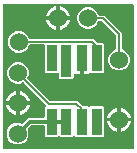
<source format=gbr>
G04 EAGLE Gerber RS-274X export*
G75*
%MOMM*%
%FSLAX34Y34*%
%LPD*%
%INTop Copper*%
%IPPOS*%
%AMOC8*
5,1,8,0,0,1.08239X$1,22.5*%
G01*
%ADD10C,1.524000*%
%ADD11R,0.900000X2.250000*%
%ADD12R,0.900000X2.800000*%
%ADD13C,0.304800*%
%ADD14C,0.152400*%

G36*
X249686Y97076D02*
X249686Y97076D01*
X249705Y97074D01*
X249807Y97096D01*
X249909Y97112D01*
X249926Y97122D01*
X249946Y97126D01*
X250035Y97179D01*
X250126Y97228D01*
X250140Y97242D01*
X250157Y97252D01*
X250224Y97331D01*
X250296Y97406D01*
X250304Y97424D01*
X250317Y97439D01*
X250356Y97535D01*
X250399Y97629D01*
X250401Y97649D01*
X250409Y97667D01*
X250427Y97834D01*
X250427Y217500D01*
X250423Y217526D01*
X250424Y217575D01*
X250382Y217997D01*
X250375Y218025D01*
X250374Y218053D01*
X250328Y218214D01*
X250004Y218995D01*
X249970Y219051D01*
X249944Y219111D01*
X249892Y219175D01*
X249875Y219204D01*
X249860Y219216D01*
X249839Y219242D01*
X249242Y219839D01*
X249189Y219877D01*
X249142Y219923D01*
X249069Y219964D01*
X249042Y219983D01*
X249023Y219988D01*
X248995Y220004D01*
X248214Y220328D01*
X248186Y220334D01*
X248161Y220347D01*
X247997Y220382D01*
X247575Y220424D01*
X247548Y220422D01*
X247500Y220427D01*
X140334Y220427D01*
X140314Y220424D01*
X140295Y220426D01*
X140193Y220404D01*
X140091Y220388D01*
X140074Y220378D01*
X140054Y220374D01*
X139965Y220321D01*
X139874Y220272D01*
X139860Y220258D01*
X139843Y220248D01*
X139776Y220169D01*
X139704Y220094D01*
X139696Y220076D01*
X139683Y220061D01*
X139644Y219964D01*
X139601Y219871D01*
X139599Y219851D01*
X139591Y219833D01*
X139573Y219666D01*
X139573Y97834D01*
X139576Y97814D01*
X139574Y97795D01*
X139596Y97693D01*
X139612Y97591D01*
X139622Y97574D01*
X139626Y97554D01*
X139679Y97465D01*
X139728Y97374D01*
X139742Y97360D01*
X139752Y97343D01*
X139831Y97276D01*
X139906Y97204D01*
X139924Y97196D01*
X139939Y97183D01*
X140035Y97144D01*
X140129Y97101D01*
X140149Y97099D01*
X140167Y97091D01*
X140334Y97073D01*
X249666Y97073D01*
X249686Y97076D01*
G37*
%LPC*%
G36*
X149857Y101282D02*
X149857Y101282D01*
X146496Y102674D01*
X143924Y105246D01*
X142531Y108607D01*
X142531Y112245D01*
X143924Y115607D01*
X146496Y118179D01*
X149857Y119571D01*
X153495Y119571D01*
X155156Y118883D01*
X155270Y118856D01*
X155384Y118828D01*
X155390Y118828D01*
X155396Y118827D01*
X155513Y118838D01*
X155629Y118847D01*
X155635Y118849D01*
X155641Y118850D01*
X155748Y118898D01*
X155855Y118943D01*
X155861Y118948D01*
X155866Y118950D01*
X155879Y118963D01*
X155986Y119048D01*
X160591Y123653D01*
X173728Y123653D01*
X173748Y123656D01*
X173768Y123654D01*
X173869Y123676D01*
X173971Y123693D01*
X173989Y123702D01*
X174008Y123706D01*
X174097Y123760D01*
X174189Y123808D01*
X174202Y123822D01*
X174219Y123833D01*
X174287Y123911D01*
X174358Y123986D01*
X174366Y124004D01*
X174379Y124020D01*
X174418Y124116D01*
X174462Y124209D01*
X174464Y124229D01*
X174471Y124248D01*
X174490Y124414D01*
X174490Y132486D01*
X175395Y133391D01*
X175464Y133393D01*
X175512Y133411D01*
X175563Y133419D01*
X175627Y133453D01*
X175695Y133478D01*
X175735Y133510D01*
X175780Y133534D01*
X175830Y133586D01*
X175886Y133632D01*
X175914Y133675D01*
X175950Y133712D01*
X175980Y133778D01*
X176019Y133839D01*
X176032Y133889D01*
X176053Y133935D01*
X176061Y134007D01*
X176079Y134077D01*
X176075Y134129D01*
X176081Y134180D01*
X176065Y134250D01*
X176059Y134322D01*
X176039Y134370D01*
X176028Y134420D01*
X175991Y134482D01*
X175963Y134549D01*
X175919Y134604D01*
X175902Y134631D01*
X175884Y134647D01*
X175858Y134679D01*
X175847Y134691D01*
X156972Y153566D01*
X156877Y153634D01*
X156783Y153704D01*
X156777Y153706D01*
X156772Y153709D01*
X156661Y153743D01*
X156549Y153780D01*
X156543Y153780D01*
X156537Y153782D01*
X156420Y153779D01*
X156303Y153777D01*
X156296Y153775D01*
X156291Y153775D01*
X156273Y153769D01*
X156142Y153731D01*
X153719Y152727D01*
X150081Y152727D01*
X146719Y154119D01*
X144147Y156692D01*
X142755Y160053D01*
X142755Y163691D01*
X144147Y167052D01*
X146719Y169624D01*
X150081Y171016D01*
X153719Y171016D01*
X157080Y169624D01*
X159652Y167052D01*
X161044Y163691D01*
X161044Y160053D01*
X160040Y157629D01*
X160014Y157516D01*
X159985Y157402D01*
X159986Y157396D01*
X159984Y157390D01*
X159995Y157273D01*
X160004Y157157D01*
X160007Y157151D01*
X160007Y157145D01*
X160055Y157037D01*
X160101Y156931D01*
X160105Y156925D01*
X160107Y156920D01*
X160120Y156906D01*
X160205Y156800D01*
X179080Y137925D01*
X179154Y137872D01*
X179224Y137812D01*
X179254Y137800D01*
X179280Y137781D01*
X179367Y137754D01*
X179452Y137720D01*
X179493Y137716D01*
X179515Y137709D01*
X179547Y137710D01*
X179619Y137702D01*
X202445Y137702D01*
X206545Y133602D01*
X206619Y133549D01*
X206688Y133490D01*
X206719Y133477D01*
X206745Y133459D01*
X206832Y133432D01*
X206917Y133398D01*
X206957Y133393D01*
X206980Y133386D01*
X207012Y133387D01*
X207083Y133379D01*
X211146Y133379D01*
X211726Y132799D01*
X211742Y132787D01*
X211755Y132772D01*
X211842Y132716D01*
X211926Y132656D01*
X211945Y132650D01*
X211962Y132639D01*
X212062Y132614D01*
X212161Y132583D01*
X212181Y132584D01*
X212200Y132579D01*
X212303Y132587D01*
X212407Y132590D01*
X212426Y132596D01*
X212445Y132598D01*
X212540Y132638D01*
X212638Y132674D01*
X212654Y132686D01*
X212672Y132694D01*
X212803Y132799D01*
X213383Y133379D01*
X223646Y133379D01*
X224539Y132486D01*
X224539Y108723D01*
X223646Y107830D01*
X213383Y107830D01*
X212803Y108410D01*
X212787Y108422D01*
X212774Y108437D01*
X212687Y108493D01*
X212603Y108553D01*
X212584Y108559D01*
X212567Y108570D01*
X212467Y108595D01*
X212368Y108626D01*
X212348Y108625D01*
X212329Y108630D01*
X212226Y108622D01*
X212122Y108619D01*
X212103Y108613D01*
X212083Y108611D01*
X211989Y108571D01*
X211891Y108535D01*
X211875Y108522D01*
X211857Y108515D01*
X211726Y108410D01*
X211146Y107830D01*
X200883Y107830D01*
X200053Y108660D01*
X200037Y108672D01*
X200024Y108687D01*
X199937Y108743D01*
X199853Y108803D01*
X199834Y108809D01*
X199817Y108820D01*
X199717Y108845D01*
X199618Y108876D01*
X199598Y108875D01*
X199579Y108880D01*
X199476Y108872D01*
X199372Y108869D01*
X199353Y108863D01*
X199333Y108861D01*
X199239Y108821D01*
X199141Y108785D01*
X199125Y108772D01*
X199107Y108765D01*
X198976Y108660D01*
X198146Y107830D01*
X187883Y107830D01*
X187303Y108410D01*
X187287Y108422D01*
X187274Y108437D01*
X187187Y108493D01*
X187103Y108553D01*
X187084Y108559D01*
X187067Y108570D01*
X186967Y108595D01*
X186868Y108626D01*
X186848Y108625D01*
X186829Y108630D01*
X186726Y108622D01*
X186622Y108619D01*
X186603Y108613D01*
X186583Y108611D01*
X186489Y108571D01*
X186391Y108535D01*
X186375Y108522D01*
X186357Y108515D01*
X186226Y108410D01*
X185646Y107830D01*
X175383Y107830D01*
X174490Y108723D01*
X174490Y116794D01*
X174486Y116814D01*
X174489Y116834D01*
X174467Y116935D01*
X174450Y117037D01*
X174441Y117055D01*
X174436Y117074D01*
X174383Y117163D01*
X174335Y117255D01*
X174320Y117268D01*
X174310Y117285D01*
X174232Y117353D01*
X174157Y117424D01*
X174138Y117432D01*
X174123Y117445D01*
X174027Y117484D01*
X173933Y117528D01*
X173914Y117530D01*
X173895Y117537D01*
X173728Y117556D01*
X163432Y117556D01*
X163342Y117541D01*
X163251Y117534D01*
X163221Y117521D01*
X163190Y117516D01*
X163109Y117473D01*
X163025Y117438D01*
X162993Y117412D01*
X162972Y117401D01*
X162950Y117378D01*
X162894Y117333D01*
X160298Y114736D01*
X160230Y114642D01*
X160160Y114548D01*
X160158Y114542D01*
X160154Y114537D01*
X160120Y114426D01*
X160084Y114314D01*
X160084Y114308D01*
X160082Y114302D01*
X160085Y114185D01*
X160086Y114068D01*
X160088Y114061D01*
X160088Y114056D01*
X160095Y114038D01*
X160133Y113907D01*
X160821Y112245D01*
X160821Y108607D01*
X159429Y105246D01*
X156856Y102674D01*
X153495Y101282D01*
X149857Y101282D01*
G37*
%LPD*%
%LPC*%
G36*
X187883Y156280D02*
X187883Y156280D01*
X186990Y157173D01*
X186990Y161336D01*
X186978Y161406D01*
X186976Y161478D01*
X186958Y161527D01*
X186950Y161578D01*
X186916Y161642D01*
X186892Y161709D01*
X186859Y161750D01*
X186835Y161796D01*
X186783Y161845D01*
X186738Y161901D01*
X186694Y161929D01*
X186657Y161965D01*
X186591Y161995D01*
X186531Y162034D01*
X186481Y162047D01*
X186433Y162069D01*
X186362Y162077D01*
X186293Y162094D01*
X186241Y162090D01*
X186189Y162096D01*
X186119Y162081D01*
X186047Y162075D01*
X186000Y162055D01*
X185949Y162044D01*
X185887Y162007D01*
X185821Y161979D01*
X185765Y161934D01*
X185738Y161917D01*
X185722Y161900D01*
X185690Y161874D01*
X185646Y161830D01*
X175383Y161830D01*
X174490Y162723D01*
X174490Y185092D01*
X174486Y185112D01*
X174489Y185132D01*
X174467Y185233D01*
X174450Y185335D01*
X174441Y185353D01*
X174436Y185372D01*
X174383Y185461D01*
X174335Y185553D01*
X174320Y185566D01*
X174310Y185583D01*
X174232Y185651D01*
X174157Y185722D01*
X174138Y185730D01*
X174123Y185743D01*
X174027Y185782D01*
X173933Y185826D01*
X173914Y185828D01*
X173895Y185835D01*
X173728Y185854D01*
X162212Y185854D01*
X162097Y185835D01*
X161981Y185818D01*
X161975Y185815D01*
X161969Y185814D01*
X161866Y185760D01*
X161761Y185706D01*
X161757Y185702D01*
X161751Y185699D01*
X161672Y185615D01*
X161589Y185531D01*
X161585Y185524D01*
X161582Y185521D01*
X161574Y185504D01*
X161508Y185384D01*
X160333Y182546D01*
X157760Y179974D01*
X154399Y178582D01*
X150761Y178582D01*
X147400Y179974D01*
X144828Y182546D01*
X143436Y185907D01*
X143436Y189545D01*
X144828Y192906D01*
X147400Y195479D01*
X150761Y196871D01*
X154399Y196871D01*
X157760Y195479D01*
X160333Y192906D01*
X161165Y190897D01*
X161227Y190797D01*
X161287Y190698D01*
X161291Y190693D01*
X161295Y190688D01*
X161385Y190613D01*
X161474Y190538D01*
X161479Y190535D01*
X161484Y190531D01*
X161593Y190490D01*
X161702Y190446D01*
X161709Y190445D01*
X161714Y190443D01*
X161732Y190442D01*
X161868Y190427D01*
X216004Y190427D01*
X218829Y187602D01*
X218903Y187549D01*
X218972Y187490D01*
X219002Y187477D01*
X219029Y187459D01*
X219115Y187432D01*
X219200Y187398D01*
X219241Y187393D01*
X219264Y187386D01*
X219296Y187387D01*
X219367Y187379D01*
X223646Y187379D01*
X224539Y186486D01*
X224539Y162723D01*
X223646Y161830D01*
X213329Y161830D01*
X213322Y161835D01*
X213302Y161841D01*
X213286Y161852D01*
X213185Y161877D01*
X213086Y161907D01*
X213066Y161907D01*
X213047Y161912D01*
X212944Y161904D01*
X212841Y161901D01*
X212822Y161894D01*
X212802Y161893D01*
X212707Y161852D01*
X212610Y161817D01*
X212594Y161804D01*
X212576Y161796D01*
X212445Y161691D01*
X212074Y161321D01*
X211495Y160987D01*
X210849Y160814D01*
X207538Y160814D01*
X207538Y173842D01*
X207534Y173862D01*
X207537Y173882D01*
X207515Y173983D01*
X207498Y174085D01*
X207489Y174103D01*
X207484Y174122D01*
X207431Y174211D01*
X207383Y174302D01*
X207368Y174316D01*
X207358Y174333D01*
X207279Y174401D01*
X207204Y174472D01*
X207186Y174480D01*
X207171Y174493D01*
X207075Y174532D01*
X206981Y174575D01*
X206962Y174578D01*
X206943Y174585D01*
X206776Y174604D01*
X205252Y174604D01*
X205233Y174600D01*
X205213Y174603D01*
X205112Y174581D01*
X205010Y174564D01*
X204992Y174555D01*
X204973Y174550D01*
X204884Y174497D01*
X204792Y174449D01*
X204779Y174434D01*
X204762Y174424D01*
X204694Y174345D01*
X204623Y174270D01*
X204615Y174252D01*
X204602Y174237D01*
X204563Y174141D01*
X204519Y174047D01*
X204517Y174028D01*
X204510Y174009D01*
X204491Y173842D01*
X204491Y160814D01*
X201180Y160814D01*
X200534Y160987D01*
X200181Y161191D01*
X200092Y161224D01*
X200005Y161264D01*
X199977Y161268D01*
X199951Y161278D01*
X199856Y161281D01*
X199761Y161292D01*
X199733Y161286D01*
X199705Y161287D01*
X199614Y161260D01*
X199521Y161239D01*
X199496Y161225D01*
X199469Y161217D01*
X199391Y161162D01*
X199309Y161113D01*
X199291Y161092D01*
X199268Y161075D01*
X199212Y160999D01*
X199150Y160926D01*
X199139Y160900D01*
X199122Y160877D01*
X199093Y160787D01*
X199058Y160698D01*
X199054Y160663D01*
X199047Y160643D01*
X199048Y160610D01*
X199039Y160531D01*
X199039Y157173D01*
X198146Y156280D01*
X187883Y156280D01*
G37*
%LPD*%
%LPC*%
G36*
X235795Y163860D02*
X235795Y163860D01*
X232434Y165252D01*
X229862Y167824D01*
X228470Y171185D01*
X228470Y174823D01*
X229862Y178185D01*
X232434Y180757D01*
X234858Y181761D01*
X234957Y181822D01*
X235057Y181882D01*
X235061Y181887D01*
X235067Y181890D01*
X235141Y181980D01*
X235217Y182069D01*
X235220Y182075D01*
X235224Y182080D01*
X235265Y182188D01*
X235309Y182297D01*
X235310Y182305D01*
X235312Y182310D01*
X235313Y182328D01*
X235328Y182464D01*
X235328Y193428D01*
X235313Y193519D01*
X235306Y193609D01*
X235293Y193639D01*
X235288Y193671D01*
X235245Y193752D01*
X235210Y193836D01*
X235184Y193868D01*
X235173Y193889D01*
X235150Y193911D01*
X235105Y193967D01*
X223487Y205585D01*
X223413Y205638D01*
X223343Y205697D01*
X223313Y205710D01*
X223287Y205728D01*
X223200Y205755D01*
X223115Y205789D01*
X223074Y205794D01*
X223052Y205801D01*
X223020Y205800D01*
X222948Y205808D01*
X220749Y205808D01*
X220634Y205789D01*
X220518Y205772D01*
X220512Y205769D01*
X220506Y205768D01*
X220404Y205714D01*
X220299Y205660D01*
X220294Y205656D01*
X220289Y205653D01*
X220209Y205569D01*
X220126Y205485D01*
X220123Y205478D01*
X220119Y205475D01*
X220112Y205458D01*
X220046Y205338D01*
X219042Y202914D01*
X216469Y200342D01*
X213108Y198950D01*
X209470Y198950D01*
X206109Y200342D01*
X203537Y202914D01*
X202145Y206276D01*
X202145Y209914D01*
X203537Y213275D01*
X206109Y215847D01*
X209470Y217239D01*
X213108Y217239D01*
X216469Y215847D01*
X219042Y213275D01*
X220046Y210851D01*
X220107Y210752D01*
X220167Y210652D01*
X220172Y210647D01*
X220175Y210642D01*
X220265Y210568D01*
X220354Y210492D01*
X220360Y210489D01*
X220365Y210485D01*
X220473Y210444D01*
X220582Y210400D01*
X220590Y210399D01*
X220594Y210397D01*
X220613Y210396D01*
X220749Y210381D01*
X225158Y210381D01*
X226720Y208819D01*
X226721Y208819D01*
X239901Y195638D01*
X239901Y182464D01*
X239920Y182349D01*
X239937Y182233D01*
X239940Y182228D01*
X239941Y182221D01*
X239995Y182119D01*
X240049Y182014D01*
X240053Y182009D01*
X240056Y182004D01*
X240140Y181924D01*
X240224Y181842D01*
X240231Y181838D01*
X240234Y181835D01*
X240251Y181827D01*
X240371Y181761D01*
X242795Y180757D01*
X245367Y178185D01*
X246759Y174823D01*
X246759Y171185D01*
X245367Y167824D01*
X242795Y165252D01*
X239433Y163860D01*
X235795Y163860D01*
G37*
%LPD*%
%LPC*%
G36*
X187278Y209661D02*
X187278Y209661D01*
X187278Y218184D01*
X188134Y218048D01*
X189655Y217554D01*
X191080Y216828D01*
X192374Y215888D01*
X193505Y214757D01*
X194445Y213463D01*
X195171Y212038D01*
X195665Y210517D01*
X195801Y209661D01*
X187278Y209661D01*
G37*
%LPD*%
%LPC*%
G36*
X153504Y137863D02*
X153504Y137863D01*
X153504Y146386D01*
X154360Y146250D01*
X155881Y145756D01*
X157306Y145030D01*
X158600Y144090D01*
X159731Y142959D01*
X160671Y141665D01*
X161397Y140240D01*
X161891Y138719D01*
X162027Y137863D01*
X153504Y137863D01*
G37*
%LPD*%
%LPC*%
G36*
X239138Y123728D02*
X239138Y123728D01*
X239138Y132251D01*
X239994Y132115D01*
X241515Y131621D01*
X242940Y130895D01*
X244234Y129955D01*
X245365Y128824D01*
X246305Y127530D01*
X247031Y126105D01*
X247525Y124584D01*
X247661Y123728D01*
X239138Y123728D01*
G37*
%LPD*%
%LPC*%
G36*
X175708Y209661D02*
X175708Y209661D01*
X175844Y210517D01*
X176338Y212038D01*
X177064Y213463D01*
X178004Y214757D01*
X179135Y215888D01*
X180429Y216828D01*
X181854Y217554D01*
X183375Y218048D01*
X184231Y218184D01*
X184231Y209661D01*
X175708Y209661D01*
G37*
%LPD*%
%LPC*%
G36*
X187278Y206615D02*
X187278Y206615D01*
X195801Y206615D01*
X195665Y205759D01*
X195171Y204237D01*
X194445Y202812D01*
X193505Y201518D01*
X192374Y200388D01*
X191080Y199448D01*
X189655Y198721D01*
X188134Y198227D01*
X187278Y198092D01*
X187278Y206615D01*
G37*
%LPD*%
%LPC*%
G36*
X141935Y137863D02*
X141935Y137863D01*
X142070Y138719D01*
X142565Y140240D01*
X143291Y141665D01*
X144231Y142959D01*
X145362Y144090D01*
X146656Y145030D01*
X148080Y145756D01*
X149602Y146250D01*
X150458Y146386D01*
X150458Y137863D01*
X141935Y137863D01*
G37*
%LPD*%
%LPC*%
G36*
X153504Y134816D02*
X153504Y134816D01*
X162027Y134816D01*
X161891Y133960D01*
X161397Y132439D01*
X160671Y131014D01*
X159731Y129720D01*
X158600Y128589D01*
X157306Y127649D01*
X155881Y126923D01*
X154360Y126429D01*
X153504Y126293D01*
X153504Y134816D01*
G37*
%LPD*%
%LPC*%
G36*
X227568Y123728D02*
X227568Y123728D01*
X227704Y124584D01*
X228198Y126105D01*
X228924Y127530D01*
X229864Y128824D01*
X230995Y129955D01*
X232289Y130895D01*
X233714Y131621D01*
X235235Y132115D01*
X236091Y132251D01*
X236091Y123728D01*
X227568Y123728D01*
G37*
%LPD*%
%LPC*%
G36*
X239138Y120681D02*
X239138Y120681D01*
X247661Y120681D01*
X247525Y119825D01*
X247031Y118304D01*
X246305Y116879D01*
X245365Y115585D01*
X244234Y114454D01*
X242940Y113514D01*
X241515Y112788D01*
X239994Y112294D01*
X239138Y112158D01*
X239138Y120681D01*
G37*
%LPD*%
%LPC*%
G36*
X183375Y198227D02*
X183375Y198227D01*
X181854Y198721D01*
X180429Y199448D01*
X179135Y200388D01*
X178004Y201518D01*
X177064Y202812D01*
X176338Y204237D01*
X175844Y205759D01*
X175708Y206615D01*
X184231Y206615D01*
X184231Y198092D01*
X183375Y198227D01*
G37*
%LPD*%
%LPC*%
G36*
X149602Y126429D02*
X149602Y126429D01*
X148080Y126923D01*
X146656Y127649D01*
X145362Y128589D01*
X144231Y129720D01*
X143291Y131014D01*
X142565Y132439D01*
X142070Y133960D01*
X141935Y134816D01*
X150458Y134816D01*
X150458Y126293D01*
X149602Y126429D01*
G37*
%LPD*%
%LPC*%
G36*
X235235Y112294D02*
X235235Y112294D01*
X233714Y112788D01*
X232289Y113514D01*
X230995Y114454D01*
X229864Y115585D01*
X228924Y116879D01*
X228198Y118304D01*
X227704Y119825D01*
X227568Y120681D01*
X236091Y120681D01*
X236091Y112158D01*
X235235Y112294D01*
G37*
%LPD*%
%LPC*%
G36*
X185754Y208137D02*
X185754Y208137D01*
X185754Y208139D01*
X185755Y208139D01*
X185755Y208137D01*
X185754Y208137D01*
G37*
%LPD*%
%LPC*%
G36*
X151980Y136339D02*
X151980Y136339D01*
X151980Y136340D01*
X151982Y136340D01*
X151982Y136339D01*
X151980Y136339D01*
G37*
%LPD*%
%LPC*%
G36*
X237614Y122204D02*
X237614Y122204D01*
X237614Y122205D01*
X237615Y122205D01*
X237615Y122204D01*
X237614Y122204D01*
G37*
%LPD*%
D10*
X237614Y122204D03*
D11*
X180514Y120604D03*
X193014Y120604D03*
X206014Y120604D03*
X218514Y120604D03*
X180514Y174604D03*
X206014Y174604D03*
X218514Y174604D03*
D12*
X193014Y171804D03*
D10*
X152580Y187726D03*
X151900Y161872D03*
X237614Y173004D03*
X151676Y110426D03*
X211289Y208095D03*
X185755Y208138D03*
X151981Y136340D03*
D13*
X180514Y120604D02*
X193014Y120604D01*
X180514Y120604D02*
X161854Y120604D01*
X151676Y110426D01*
D14*
X206014Y120604D02*
X206014Y130899D01*
X178356Y135415D02*
X151900Y161872D01*
X201498Y135415D02*
X206014Y130899D01*
X201498Y135415D02*
X178356Y135415D01*
X218514Y174604D02*
X218484Y174635D01*
X218484Y184713D01*
X215057Y188140D01*
X152995Y188140D02*
X152580Y187726D01*
X152995Y188140D02*
X215057Y188140D01*
X237614Y194691D02*
X237614Y173004D01*
X237614Y194691D02*
X224211Y208095D01*
X211289Y208095D01*
M02*

</source>
